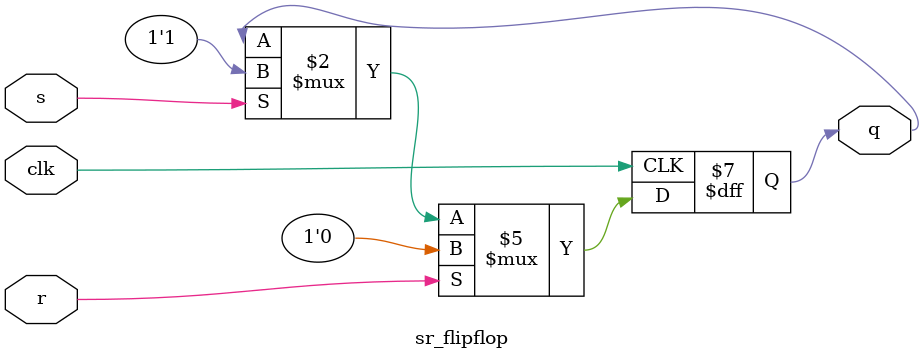
<source format=v>
module sr_flipflop(
    input clk,
    input s,
    input r,
    output reg q
);

  always @(posedge clk) begin
    if (r) q <= 0;
    else if (s) q <= 1;
  end
endmodule

</source>
